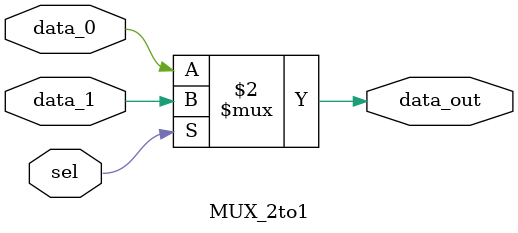
<source format=v>
module MUX_2to1 (
	input wire sel,
	input wire data_1,
	input wire data_0,
	output reg data_out
);
	always @(*) begin
		data_out = sel ? data_1:data_0;
	end
endmodule
</source>
